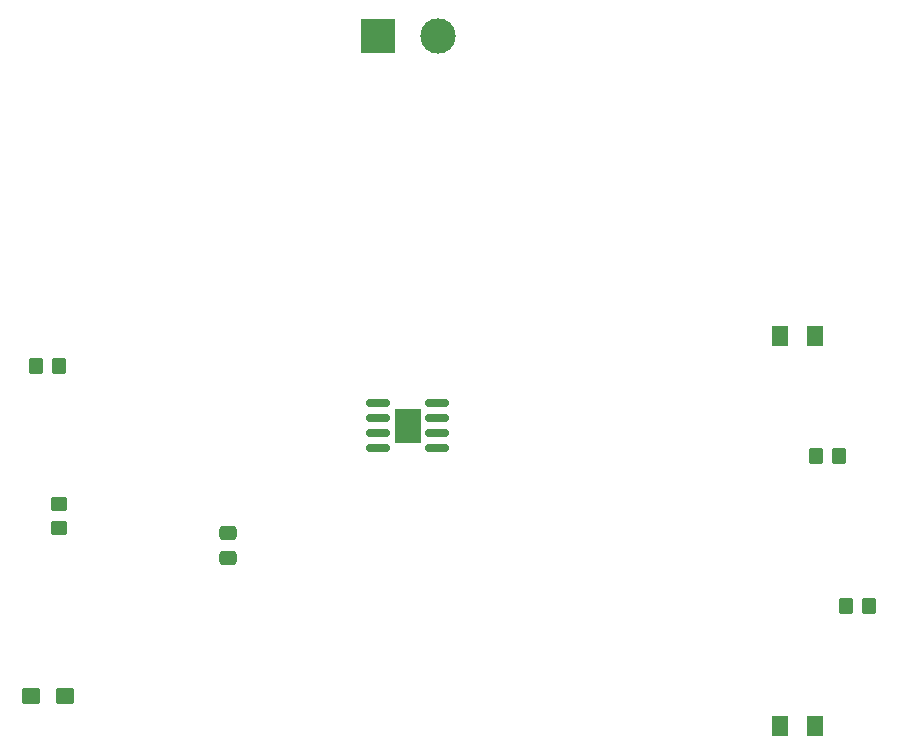
<source format=gbr>
%TF.GenerationSoftware,KiCad,Pcbnew,(6.0.10)*%
%TF.CreationDate,2023-02-16T14:21:37-08:00*%
%TF.ProjectId,project1_2,70726f6a-6563-4743-915f-322e6b696361,rev?*%
%TF.SameCoordinates,Original*%
%TF.FileFunction,Soldermask,Top*%
%TF.FilePolarity,Negative*%
%FSLAX46Y46*%
G04 Gerber Fmt 4.6, Leading zero omitted, Abs format (unit mm)*
G04 Created by KiCad (PCBNEW (6.0.10)) date 2023-02-16 14:21:37*
%MOMM*%
%LPD*%
G01*
G04 APERTURE LIST*
G04 Aperture macros list*
%AMRoundRect*
0 Rectangle with rounded corners*
0 $1 Rounding radius*
0 $2 $3 $4 $5 $6 $7 $8 $9 X,Y pos of 4 corners*
0 Add a 4 corners polygon primitive as box body*
4,1,4,$2,$3,$4,$5,$6,$7,$8,$9,$2,$3,0*
0 Add four circle primitives for the rounded corners*
1,1,$1+$1,$2,$3*
1,1,$1+$1,$4,$5*
1,1,$1+$1,$6,$7*
1,1,$1+$1,$8,$9*
0 Add four rect primitives between the rounded corners*
20,1,$1+$1,$2,$3,$4,$5,0*
20,1,$1+$1,$4,$5,$6,$7,0*
20,1,$1+$1,$6,$7,$8,$9,0*
20,1,$1+$1,$8,$9,$2,$3,0*%
G04 Aperture macros list end*
%ADD10RoundRect,0.250000X-0.475000X0.337500X-0.475000X-0.337500X0.475000X-0.337500X0.475000X0.337500X0*%
%ADD11RoundRect,0.250000X-0.350000X-0.450000X0.350000X-0.450000X0.350000X0.450000X-0.350000X0.450000X0*%
%ADD12RoundRect,0.150000X0.825000X0.150000X-0.825000X0.150000X-0.825000X-0.150000X0.825000X-0.150000X0*%
%ADD13R,2.290000X3.000000*%
%ADD14RoundRect,0.250000X-0.537500X-0.425000X0.537500X-0.425000X0.537500X0.425000X-0.537500X0.425000X0*%
%ADD15R,3.000000X3.000000*%
%ADD16C,3.000000*%
%ADD17RoundRect,0.250000X0.350000X0.450000X-0.350000X0.450000X-0.350000X-0.450000X0.350000X-0.450000X0*%
%ADD18RoundRect,0.250001X0.462499X0.624999X-0.462499X0.624999X-0.462499X-0.624999X0.462499X-0.624999X0*%
%ADD19RoundRect,0.250000X-0.450000X0.350000X-0.450000X-0.350000X0.450000X-0.350000X0.450000X0.350000X0*%
%ADD20RoundRect,0.250001X-0.462499X-0.624999X0.462499X-0.624999X0.462499X0.624999X-0.462499X0.624999X0*%
G04 APERTURE END LIST*
D10*
%TO.C,C2*%
X134620000Y-87862500D03*
X134620000Y-89937500D03*
%TD*%
D11*
%TO.C,R3*%
X184410000Y-81280000D03*
X186410000Y-81280000D03*
%TD*%
D12*
%TO.C,U1*%
X152335000Y-80645000D03*
X152335000Y-79375000D03*
X152335000Y-78105000D03*
X152335000Y-76835000D03*
X147385000Y-76835000D03*
X147385000Y-78105000D03*
X147385000Y-79375000D03*
X147385000Y-80645000D03*
D13*
X149860000Y-78740000D03*
%TD*%
D14*
%TO.C,C1*%
X117942500Y-101600000D03*
X120817500Y-101600000D03*
%TD*%
D15*
%TO.C,J1*%
X147320000Y-45720000D03*
D16*
X152400000Y-45720000D03*
%TD*%
D17*
%TO.C,R1*%
X120380000Y-73660000D03*
X118380000Y-73660000D03*
%TD*%
D18*
%TO.C,D1*%
X184367500Y-71120000D03*
X181392500Y-71120000D03*
%TD*%
D19*
%TO.C,R2*%
X120380000Y-85360000D03*
X120380000Y-87360000D03*
%TD*%
D20*
%TO.C,D2*%
X181392500Y-104140000D03*
X184367500Y-104140000D03*
%TD*%
D11*
%TO.C,R4*%
X186960000Y-93980000D03*
X188960000Y-93980000D03*
%TD*%
M02*

</source>
